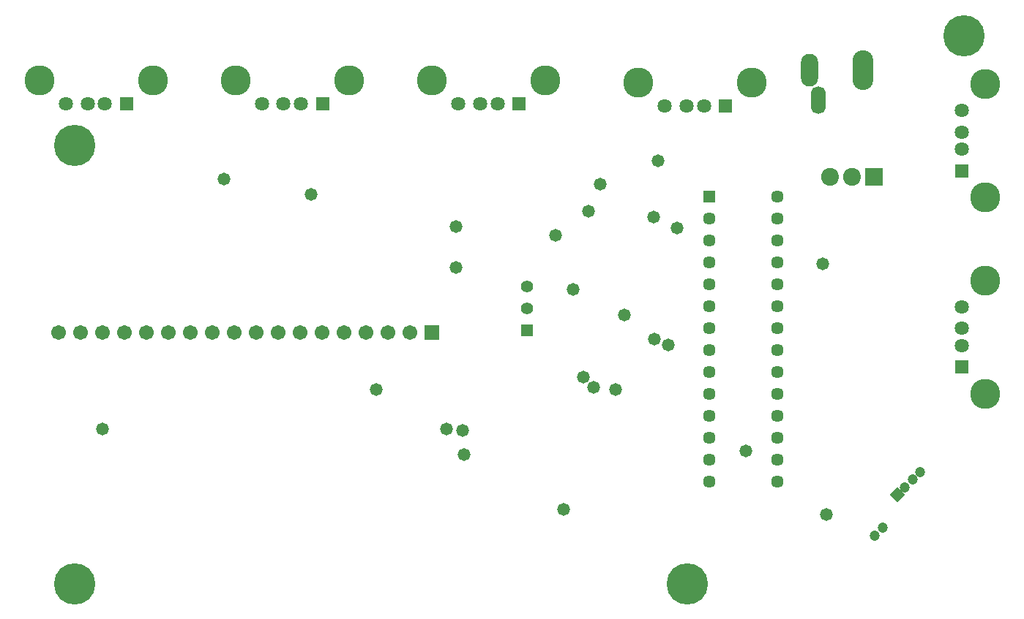
<source format=gbs>
G04*
G04 #@! TF.GenerationSoftware,Altium Limited,Altium Designer,22.1.2 (22)*
G04*
G04 Layer_Color=16711935*
%FSLAX25Y25*%
%MOIN*%
G70*
G04*
G04 #@! TF.SameCoordinates,2374D94A-E5D5-4E5D-BBDB-F5A8C7ADDA7F*
G04*
G04*
G04 #@! TF.FilePolarity,Negative*
G04*
G01*
G75*
%ADD32C,0.18800*%
%ADD33O,0.09461X0.18123*%
%ADD34O,0.07887X0.14973*%
%ADD35O,0.06737X0.12674*%
%ADD36C,0.04737*%
%ADD37P,0.06699X4X90.0*%
%ADD38R,0.05721X0.05721*%
%ADD39C,0.05721*%
%ADD40C,0.06706*%
%ADD41R,0.06706X0.06706*%
%ADD42R,0.06422X0.06422*%
%ADD43C,0.06422*%
%ADD44C,0.13698*%
%ADD45R,0.06422X0.06422*%
%ADD46R,0.05595X0.05595*%
%ADD47C,0.05595*%
%ADD48R,0.08123X0.08123*%
%ADD49C,0.08123*%
%ADD50C,0.05800*%
D32*
X45000Y230000D02*
D03*
Y30000D02*
D03*
X450000Y280000D02*
D03*
X324000Y30000D02*
D03*
D33*
X404067Y264214D02*
D03*
D34*
X379657D02*
D03*
D35*
X383594Y250434D02*
D03*
D36*
X409264Y52000D02*
D03*
X412800Y55536D02*
D03*
X422964Y73964D02*
D03*
X426500Y77500D02*
D03*
X430036Y81036D02*
D03*
D37*
X419429Y70429D02*
D03*
D38*
X334000Y206500D02*
D03*
D39*
Y196500D02*
D03*
Y186500D02*
D03*
Y176500D02*
D03*
Y166500D02*
D03*
Y156500D02*
D03*
Y146500D02*
D03*
Y136500D02*
D03*
Y126500D02*
D03*
Y116500D02*
D03*
Y106500D02*
D03*
Y96500D02*
D03*
Y86500D02*
D03*
Y76500D02*
D03*
X365000D02*
D03*
Y86500D02*
D03*
Y96500D02*
D03*
Y106500D02*
D03*
Y116500D02*
D03*
Y126500D02*
D03*
Y136500D02*
D03*
Y146500D02*
D03*
Y156500D02*
D03*
Y166500D02*
D03*
Y176500D02*
D03*
Y186500D02*
D03*
Y196500D02*
D03*
Y206500D02*
D03*
D40*
X37500Y144500D02*
D03*
X47500D02*
D03*
X57500D02*
D03*
X67500D02*
D03*
X77500D02*
D03*
X87500D02*
D03*
X97500D02*
D03*
X107500D02*
D03*
X117500D02*
D03*
X127500D02*
D03*
X137500D02*
D03*
X147500D02*
D03*
X157500D02*
D03*
X167500D02*
D03*
X177500D02*
D03*
X187500D02*
D03*
X197500D02*
D03*
D41*
X207500D02*
D03*
D42*
X157780Y248831D02*
D03*
X68517D02*
D03*
X341280Y247831D02*
D03*
X247280Y248831D02*
D03*
D43*
X147937D02*
D03*
X140063D02*
D03*
X130220D02*
D03*
X58674D02*
D03*
X50800D02*
D03*
X40958D02*
D03*
X448831Y228063D02*
D03*
Y235937D02*
D03*
Y245780D02*
D03*
Y138563D02*
D03*
Y146437D02*
D03*
Y156280D02*
D03*
X331437Y247831D02*
D03*
X323563D02*
D03*
X313720D02*
D03*
X237437Y248831D02*
D03*
X229563D02*
D03*
X219720D02*
D03*
D44*
X169866Y259500D02*
D03*
X118134D02*
D03*
X80603D02*
D03*
X28871D02*
D03*
X459500Y206134D02*
D03*
Y257866D02*
D03*
Y116634D02*
D03*
Y168366D02*
D03*
X353366Y258500D02*
D03*
X301634D02*
D03*
X259366Y259500D02*
D03*
X207634D02*
D03*
D45*
X448831Y218220D02*
D03*
Y128720D02*
D03*
D46*
X251000Y145500D02*
D03*
D47*
Y155500D02*
D03*
Y165500D02*
D03*
D48*
X409000Y215500D02*
D03*
D49*
X399000D02*
D03*
X389000D02*
D03*
D50*
X218600Y174200D02*
D03*
Y193000D02*
D03*
X284220Y212100D02*
D03*
X310700Y222900D02*
D03*
X264000Y188900D02*
D03*
X152700Y207400D02*
D03*
X291300Y118600D02*
D03*
X295300Y152500D02*
D03*
X308900Y141400D02*
D03*
X221600Y100000D02*
D03*
X267700Y63900D02*
D03*
X350688Y90500D02*
D03*
X308700Y197200D02*
D03*
X387100Y61700D02*
D03*
X182300Y118500D02*
D03*
X57500Y100600D02*
D03*
X214400D02*
D03*
X222100Y88800D02*
D03*
X276500Y124100D02*
D03*
X281400Y119500D02*
D03*
X272000Y164100D02*
D03*
X315400Y139000D02*
D03*
X113000Y214700D02*
D03*
X278961Y199900D02*
D03*
X385500Y175900D02*
D03*
X319400Y192300D02*
D03*
M02*

</source>
